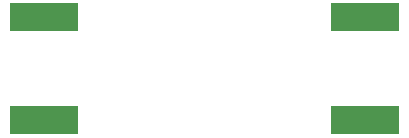
<source format=gbp>
G04*
G04 #@! TF.GenerationSoftware,Altium Limited,CircuitMaker,2.2.1 (2.2.1.6)*
G04*
G04 Layer_Color=16770453*
%FSLAX24Y24*%
%MOIN*%
G70*
G04*
G04 #@! TF.SameCoordinates,C416919A-7BC1-40E4-93D4-03DBD26D3EB5*
G04*
G04*
G04 #@! TF.FilePolarity,Positive*
G04*
G01*
G75*
%ADD13R,0.2299X0.0951*%
D13*
X1260Y577D02*
D03*
Y4022D02*
D03*
X11940Y575D02*
D03*
Y4020D02*
D03*
M02*

</source>
